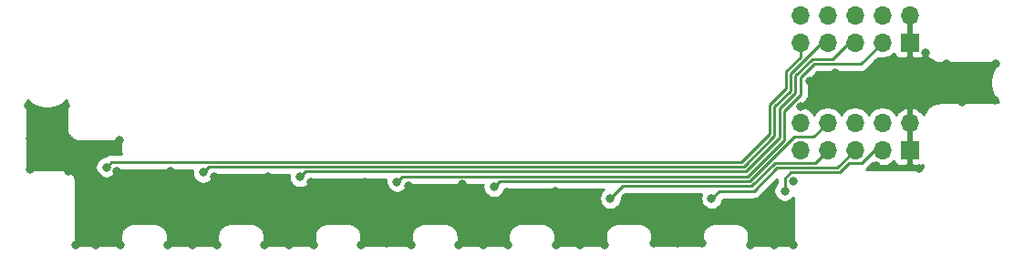
<source format=gbl>
G04 #@! TF.GenerationSoftware,KiCad,Pcbnew,(5.1.6-0-10_14)*
G04 #@! TF.CreationDate,2020-08-11T10:19:13+09:00*
G04 #@! TF.ProjectId,qPCR-photoarray,71504352-2d70-4686-9f74-6f6172726179,rev?*
G04 #@! TF.SameCoordinates,Original*
G04 #@! TF.FileFunction,Copper,L2,Bot*
G04 #@! TF.FilePolarity,Positive*
%FSLAX46Y46*%
G04 Gerber Fmt 4.6, Leading zero omitted, Abs format (unit mm)*
G04 Created by KiCad (PCBNEW (5.1.6-0-10_14)) date 2020-08-11 10:19:13*
%MOMM*%
%LPD*%
G01*
G04 APERTURE LIST*
G04 #@! TA.AperFunction,ComponentPad*
%ADD10R,1.700000X1.700000*%
G04 #@! TD*
G04 #@! TA.AperFunction,ComponentPad*
%ADD11O,1.700000X1.700000*%
G04 #@! TD*
G04 #@! TA.AperFunction,ViaPad*
%ADD12C,0.800000*%
G04 #@! TD*
G04 #@! TA.AperFunction,Conductor*
%ADD13C,0.250000*%
G04 #@! TD*
G04 #@! TA.AperFunction,Conductor*
%ADD14C,0.254000*%
G04 #@! TD*
G04 APERTURE END LIST*
D10*
G04 #@! TO.P,U2,1*
G04 #@! TO.N,GND*
X193095000Y-102000000D03*
D11*
G04 #@! TO.P,U2,2*
X193095000Y-99460000D03*
G04 #@! TO.P,U2,3*
G04 #@! TO.N,OUT16*
X190555000Y-102000000D03*
G04 #@! TO.P,U2,4*
G04 #@! TO.N,OUT15*
X190555000Y-99460000D03*
G04 #@! TO.P,U2,5*
G04 #@! TO.N,OUT14*
X188015000Y-102000000D03*
G04 #@! TO.P,U2,6*
G04 #@! TO.N,OUT13*
X188015000Y-99460000D03*
G04 #@! TO.P,U2,7*
G04 #@! TO.N,OUT12*
X185475000Y-102000000D03*
G04 #@! TO.P,U2,8*
G04 #@! TO.N,OUT10*
X185475000Y-99460000D03*
G04 #@! TO.P,U2,9*
G04 #@! TO.N,OUT11*
X182935000Y-102000000D03*
G04 #@! TO.P,U2,10*
G04 #@! TO.N,OUT9*
X182935000Y-99460000D03*
G04 #@! TD*
G04 #@! TO.P,U1,10*
G04 #@! TO.N,OUT1*
X182935000Y-89460000D03*
G04 #@! TO.P,U1,9*
G04 #@! TO.N,OUT2*
X182935000Y-92000000D03*
G04 #@! TO.P,U1,8*
G04 #@! TO.N,OUT3*
X185475000Y-89460000D03*
G04 #@! TO.P,U1,7*
G04 #@! TO.N,OUT4*
X185475000Y-92000000D03*
G04 #@! TO.P,U1,6*
G04 #@! TO.N,OUT5*
X188015000Y-89460000D03*
G04 #@! TO.P,U1,5*
G04 #@! TO.N,OUT6*
X188015000Y-92000000D03*
G04 #@! TO.P,U1,4*
G04 #@! TO.N,OUT7*
X190555000Y-89460000D03*
G04 #@! TO.P,U1,3*
G04 #@! TO.N,OUT8*
X190555000Y-92000000D03*
G04 #@! TO.P,U1,2*
G04 #@! TO.N,GND*
X193095000Y-89460000D03*
D10*
G04 #@! TO.P,U1,1*
X193095000Y-92000000D03*
G04 #@! TD*
D12*
G04 #@! TO.N,GND*
X111300000Y-97900000D03*
X194500000Y-97000000D03*
X189500000Y-98000000D03*
X195800000Y-97400000D03*
X194600000Y-93000000D03*
X201100000Y-94000000D03*
X198200000Y-95500000D03*
X196500000Y-94000000D03*
X200000000Y-95000000D03*
X114700000Y-97900000D03*
X111400000Y-100900000D03*
X111400000Y-103800000D03*
X119700000Y-101100000D03*
X115000000Y-101000000D03*
X115000000Y-104000000D03*
X119500000Y-104000000D03*
X124500000Y-104000000D03*
X122000000Y-108500000D03*
X117500000Y-110800000D03*
X126500000Y-110800000D03*
X135500000Y-110800000D03*
X144500000Y-110700000D03*
X153500000Y-110800000D03*
X162500000Y-110800000D03*
X171500000Y-110700000D03*
X180500000Y-110800000D03*
X182300000Y-110800000D03*
X178300000Y-110800000D03*
X173800000Y-110700000D03*
X169300000Y-110700000D03*
X164800000Y-110800000D03*
X160300000Y-110800000D03*
X155800000Y-110800000D03*
X151200000Y-110800000D03*
X146800000Y-110800000D03*
X142200000Y-110800000D03*
X137800000Y-110800000D03*
X133200000Y-110800000D03*
X128800000Y-110800000D03*
X124200000Y-110800000D03*
X119800000Y-110800000D03*
X115700000Y-110800000D03*
X122000000Y-106000000D03*
X131000000Y-106000000D03*
X131000000Y-108500000D03*
X128500000Y-104500000D03*
X133500000Y-104500000D03*
X140000000Y-108500000D03*
X140000000Y-106000000D03*
X142500000Y-105000000D03*
X137500000Y-105000000D03*
X149000000Y-108500000D03*
X149000000Y-106500000D03*
X146600000Y-105300000D03*
X151600000Y-105200000D03*
X158000000Y-108500000D03*
X158000000Y-106500000D03*
X155700000Y-105900000D03*
X160200000Y-105800000D03*
X176000000Y-108500000D03*
X174000000Y-107500000D03*
X177800000Y-107000000D03*
X190000000Y-103500000D03*
X183800000Y-95600000D03*
X183000000Y-98000000D03*
X186500000Y-98000000D03*
X192000000Y-98000000D03*
X186200000Y-94800000D03*
X190100000Y-93900000D03*
X185500000Y-96500000D03*
X188500000Y-96000000D03*
X191000000Y-96000000D03*
X193000000Y-95500000D03*
X201000000Y-97400000D03*
X198000000Y-97500000D03*
X113000000Y-103000000D03*
X113000000Y-99000000D03*
X116200000Y-102800000D03*
X167000000Y-108500000D03*
X169000000Y-106400000D03*
X166700000Y-106400000D03*
X194000000Y-103700000D03*
X182300000Y-104900000D03*
G04 #@! TO.N,OUT2*
X118500000Y-103600010D03*
G04 #@! TO.N,OUT4*
X127500000Y-104100000D03*
G04 #@! TO.N,OUT6*
X136500000Y-104500028D03*
G04 #@! TO.N,OUT8*
X145500000Y-104950038D03*
G04 #@! TO.N,OUT10*
X154500000Y-105400046D03*
G04 #@! TO.N,OUT12*
X165300000Y-106500000D03*
G04 #@! TO.N,OUT14*
X174700000Y-106500000D03*
G04 #@! TO.N,OUT16*
X181500000Y-105800000D03*
G04 #@! TD*
D13*
G04 #@! TO.N,GND*
X119500000Y-104000000D02*
X118500000Y-105000000D01*
X118500000Y-105000000D02*
X117500000Y-104000000D01*
X116500000Y-103000000D02*
X116500000Y-104000000D01*
X116500000Y-104000000D02*
X115000000Y-104000000D01*
X117500000Y-104000000D02*
X116500000Y-104000000D01*
G04 #@! TO.N,OUT2*
X119000010Y-103100000D02*
X118500000Y-103600010D01*
X177500000Y-103100000D02*
X119000010Y-103100000D01*
X182935000Y-93365000D02*
X182935000Y-92000000D01*
X177500000Y-103100000D02*
X180100000Y-100500000D01*
X180100000Y-100500000D02*
X180100000Y-97800000D01*
X180100000Y-97800000D02*
X181600000Y-96300000D01*
X181600000Y-94700000D02*
X182935000Y-93365000D01*
X181600000Y-96300000D02*
X181600000Y-94700000D01*
G04 #@! TO.N,OUT4*
X185475000Y-92635358D02*
X185475000Y-92000000D01*
X128049990Y-103550010D02*
X177686401Y-103550009D01*
X127500000Y-104100000D02*
X128049990Y-103550010D01*
X177686401Y-103550009D02*
X180550010Y-100686400D01*
X180550010Y-100686400D02*
X180550010Y-97986400D01*
X180550010Y-97986400D02*
X182050010Y-96486400D01*
X182050010Y-96486400D02*
X182050010Y-94886400D01*
X184936410Y-92000000D02*
X185475000Y-92000000D01*
X182050010Y-94886400D02*
X184936410Y-92000000D01*
G04 #@! TO.N,OUT6*
X184036410Y-93536410D02*
X185963590Y-93536410D01*
X185963590Y-93536410D02*
X187500000Y-92000000D01*
X136500000Y-104500028D02*
X137000010Y-104000018D01*
X187500000Y-92000000D02*
X188015000Y-92000000D01*
X137000010Y-104000018D02*
X177872802Y-104000018D01*
X182500020Y-96672800D02*
X182500020Y-95072800D01*
X182500020Y-95072800D02*
X184036410Y-93536410D01*
X181000020Y-98172800D02*
X182500020Y-96672800D01*
X181000020Y-100872800D02*
X181000020Y-98172800D01*
X177872802Y-104000018D02*
X181000020Y-100872800D01*
G04 #@! TO.N,OUT8*
X190536410Y-92000000D02*
X190555000Y-92000000D01*
X184222810Y-93986420D02*
X188568580Y-93986420D01*
X145500000Y-104950038D02*
X146000010Y-104450028D01*
X188568580Y-93986420D02*
X190555000Y-92000000D01*
X146000010Y-104450028D02*
X178059203Y-104450027D01*
X178059203Y-104450027D02*
X181450030Y-101059200D01*
X181450030Y-98359200D02*
X182950030Y-96859200D01*
X181450030Y-101059200D02*
X181450030Y-98359200D01*
X182950030Y-95259200D02*
X184222810Y-93986420D01*
X182950030Y-96859200D02*
X182950030Y-95259200D01*
G04 #@! TO.N,OUT10*
X184135000Y-100800000D02*
X185475000Y-99460000D01*
X182345640Y-100800000D02*
X184135000Y-100800000D01*
X178245604Y-104900036D02*
X182345640Y-100800000D01*
X155000010Y-104900036D02*
X178245604Y-104900036D01*
X154500000Y-105400046D02*
X155000010Y-104900036D01*
G04 #@! TO.N,OUT12*
X185475000Y-102547820D02*
X185475000Y-102000000D01*
X185100000Y-102000000D02*
X185475000Y-102000000D01*
X180607049Y-103175001D02*
X184299999Y-103175001D01*
X178432005Y-105350045D02*
X180607049Y-103175001D01*
X184299999Y-103175001D02*
X185475000Y-102000000D01*
X166449954Y-105350046D02*
X178432005Y-105350045D01*
X165300000Y-106500000D02*
X166449954Y-105350046D01*
G04 #@! TO.N,OUT14*
X187500000Y-102000000D02*
X188015000Y-102000000D01*
X180793449Y-103625011D02*
X186389989Y-103625011D01*
X186389989Y-103625011D02*
X188015000Y-102000000D01*
X178618406Y-105800054D02*
X180793449Y-103625011D01*
X175399946Y-105800054D02*
X178618406Y-105800054D01*
X174700000Y-106500000D02*
X175399946Y-105800054D01*
G04 #@! TO.N,OUT16*
X190390412Y-102000000D02*
X190555000Y-102000000D01*
X190200000Y-102000000D02*
X190555000Y-102000000D01*
X189800000Y-102000000D02*
X190555000Y-102000000D01*
X188624999Y-103175001D02*
X189800000Y-102000000D01*
X187476409Y-103175001D02*
X188624999Y-103175001D01*
X186576390Y-104075020D02*
X187476409Y-103175001D01*
X182051977Y-104075021D02*
X186576390Y-104075020D01*
X181500000Y-104626998D02*
X182051977Y-104075021D01*
X181500000Y-105800000D02*
X181500000Y-104626998D01*
G04 #@! TD*
D14*
G04 #@! TO.N,GND*
G36*
X114815000Y-100033646D02*
G01*
X114817852Y-100062600D01*
X114817831Y-100065573D01*
X114818764Y-100075092D01*
X114823824Y-100123233D01*
X114824912Y-100134282D01*
X114825024Y-100134650D01*
X114828964Y-100172140D01*
X114841455Y-100232990D01*
X114853082Y-100293942D01*
X114855845Y-100303096D01*
X114855847Y-100303102D01*
X114884702Y-100396317D01*
X114908754Y-100453533D01*
X114932020Y-100511119D01*
X114936510Y-100519564D01*
X114982923Y-100605401D01*
X115017638Y-100656867D01*
X115051636Y-100708821D01*
X115057680Y-100716232D01*
X115119882Y-100791421D01*
X115163930Y-100835162D01*
X115207369Y-100879522D01*
X115214739Y-100885618D01*
X115214744Y-100885623D01*
X115214750Y-100885627D01*
X115290360Y-100947294D01*
X115342041Y-100981632D01*
X115393306Y-101016733D01*
X115401719Y-101021282D01*
X115487880Y-101067094D01*
X115545296Y-101090758D01*
X115602339Y-101115208D01*
X115611475Y-101118036D01*
X115704893Y-101146241D01*
X115765813Y-101158303D01*
X115826530Y-101171209D01*
X115836042Y-101172209D01*
X115933159Y-101181731D01*
X115933163Y-101181731D01*
X115966353Y-101185000D01*
X119815000Y-101185000D01*
X119815001Y-102033647D01*
X119817852Y-102062591D01*
X119817831Y-102065573D01*
X119818764Y-102075092D01*
X119823838Y-102123369D01*
X119824913Y-102134283D01*
X119825023Y-102134647D01*
X119828964Y-102172140D01*
X119841455Y-102232990D01*
X119853082Y-102293942D01*
X119855845Y-102303096D01*
X119855847Y-102303102D01*
X119867269Y-102340000D01*
X119037333Y-102340000D01*
X119000010Y-102336324D01*
X118962687Y-102340000D01*
X118962677Y-102340000D01*
X118851024Y-102350997D01*
X118727309Y-102388525D01*
X118707763Y-102394454D01*
X118575733Y-102465026D01*
X118547656Y-102488069D01*
X118460009Y-102559999D01*
X118455897Y-102565010D01*
X118398061Y-102565010D01*
X118198102Y-102604784D01*
X118009744Y-102682805D01*
X117840226Y-102796073D01*
X117696063Y-102940236D01*
X117582795Y-103109754D01*
X117504774Y-103298112D01*
X117465000Y-103498071D01*
X117465000Y-103701949D01*
X117504774Y-103901908D01*
X117582795Y-104090266D01*
X117696063Y-104259784D01*
X117840226Y-104403947D01*
X118009744Y-104517215D01*
X118198102Y-104595236D01*
X118398061Y-104635010D01*
X118601939Y-104635010D01*
X118801898Y-104595236D01*
X118990256Y-104517215D01*
X119159774Y-104403947D01*
X119303937Y-104259784D01*
X119417205Y-104090266D01*
X119495226Y-103901908D01*
X119503562Y-103860000D01*
X126492462Y-103860000D01*
X126465000Y-103998061D01*
X126465000Y-104201939D01*
X126504774Y-104401898D01*
X126582795Y-104590256D01*
X126696063Y-104759774D01*
X126840226Y-104903937D01*
X127009744Y-105017205D01*
X127198102Y-105095226D01*
X127398061Y-105135000D01*
X127601939Y-105135000D01*
X127801898Y-105095226D01*
X127990256Y-105017205D01*
X128159774Y-104903937D01*
X128303937Y-104759774D01*
X128417205Y-104590256D01*
X128495226Y-104401898D01*
X128513504Y-104310010D01*
X135482520Y-104310010D01*
X135465000Y-104398089D01*
X135465000Y-104601967D01*
X135504774Y-104801926D01*
X135582795Y-104990284D01*
X135696063Y-105159802D01*
X135840226Y-105303965D01*
X136009744Y-105417233D01*
X136198102Y-105495254D01*
X136398061Y-105535028D01*
X136601939Y-105535028D01*
X136801898Y-105495254D01*
X136990256Y-105417233D01*
X137159774Y-105303965D01*
X137303937Y-105159802D01*
X137417205Y-104990284D01*
X137495226Y-104801926D01*
X137503562Y-104760018D01*
X144482520Y-104760018D01*
X144465000Y-104848099D01*
X144465000Y-105051977D01*
X144504774Y-105251936D01*
X144582795Y-105440294D01*
X144696063Y-105609812D01*
X144840226Y-105753975D01*
X145009744Y-105867243D01*
X145198102Y-105945264D01*
X145398061Y-105985038D01*
X145601939Y-105985038D01*
X145801898Y-105945264D01*
X145990256Y-105867243D01*
X146159774Y-105753975D01*
X146303937Y-105609812D01*
X146417205Y-105440294D01*
X146495226Y-105251936D01*
X146503562Y-105210028D01*
X153482520Y-105210028D01*
X153465000Y-105298107D01*
X153465000Y-105501985D01*
X153504774Y-105701944D01*
X153582795Y-105890302D01*
X153696063Y-106059820D01*
X153840226Y-106203983D01*
X154009744Y-106317251D01*
X154198102Y-106395272D01*
X154398061Y-106435046D01*
X154601939Y-106435046D01*
X154801898Y-106395272D01*
X154990256Y-106317251D01*
X155159774Y-106203983D01*
X155303937Y-106059820D01*
X155417205Y-105890302D01*
X155495226Y-105701944D01*
X155503562Y-105660036D01*
X164694144Y-105660036D01*
X164640226Y-105696063D01*
X164496063Y-105840226D01*
X164382795Y-106009744D01*
X164304774Y-106198102D01*
X164265000Y-106398061D01*
X164265000Y-106601939D01*
X164304774Y-106801898D01*
X164382795Y-106990256D01*
X164496063Y-107159774D01*
X164640226Y-107303937D01*
X164809744Y-107417205D01*
X164998102Y-107495226D01*
X165198061Y-107535000D01*
X165401939Y-107535000D01*
X165601898Y-107495226D01*
X165790256Y-107417205D01*
X165959774Y-107303937D01*
X166103937Y-107159774D01*
X166217205Y-106990256D01*
X166295226Y-106801898D01*
X166335000Y-106601939D01*
X166335000Y-106539801D01*
X166764756Y-106110046D01*
X173741249Y-106110045D01*
X173704774Y-106198102D01*
X173665000Y-106398061D01*
X173665000Y-106601939D01*
X173704774Y-106801898D01*
X173782795Y-106990256D01*
X173896063Y-107159774D01*
X174040226Y-107303937D01*
X174209744Y-107417205D01*
X174398102Y-107495226D01*
X174598061Y-107535000D01*
X174801939Y-107535000D01*
X175001898Y-107495226D01*
X175190256Y-107417205D01*
X175359774Y-107303937D01*
X175503937Y-107159774D01*
X175617205Y-106990256D01*
X175695226Y-106801898D01*
X175735000Y-106601939D01*
X175735000Y-106560054D01*
X178581084Y-106560054D01*
X178618406Y-106563730D01*
X178655728Y-106560054D01*
X178655739Y-106560054D01*
X178767392Y-106549057D01*
X178910653Y-106505600D01*
X179042682Y-106435028D01*
X179158407Y-106340055D01*
X179182210Y-106311051D01*
X180740001Y-104753261D01*
X180740001Y-105096288D01*
X180696063Y-105140226D01*
X180582795Y-105309744D01*
X180504774Y-105498102D01*
X180465000Y-105698061D01*
X180465000Y-105901939D01*
X180504774Y-106101898D01*
X180582795Y-106290256D01*
X180696063Y-106459774D01*
X180840226Y-106603937D01*
X181009744Y-106717205D01*
X181198102Y-106795226D01*
X181398061Y-106835000D01*
X181601939Y-106835000D01*
X181801898Y-106795226D01*
X181990256Y-106717205D01*
X182159774Y-106603937D01*
X182303937Y-106459774D01*
X182315001Y-106443216D01*
X182315000Y-110815000D01*
X178185000Y-110815000D01*
X178185000Y-109966353D01*
X178182148Y-109937399D01*
X178182169Y-109934427D01*
X178181236Y-109924909D01*
X178176179Y-109876790D01*
X178175088Y-109865717D01*
X178174976Y-109865348D01*
X178171036Y-109827860D01*
X178158547Y-109767017D01*
X178146918Y-109706058D01*
X178144154Y-109696902D01*
X178115298Y-109603683D01*
X178091232Y-109546434D01*
X178067979Y-109488881D01*
X178063489Y-109480436D01*
X178017077Y-109394598D01*
X177982350Y-109343115D01*
X177948364Y-109291179D01*
X177942320Y-109283767D01*
X177880118Y-109208579D01*
X177836051Y-109164818D01*
X177792630Y-109120478D01*
X177785261Y-109114381D01*
X177709640Y-109052706D01*
X177657959Y-109018368D01*
X177606694Y-108983267D01*
X177598281Y-108978718D01*
X177512120Y-108932906D01*
X177454704Y-108909242D01*
X177397661Y-108884792D01*
X177388525Y-108881964D01*
X177295107Y-108853759D01*
X177234195Y-108841698D01*
X177173471Y-108828791D01*
X177163959Y-108827791D01*
X177066841Y-108818269D01*
X177066837Y-108818269D01*
X177033647Y-108815000D01*
X174966353Y-108815000D01*
X174937399Y-108817852D01*
X174934427Y-108817831D01*
X174924909Y-108818764D01*
X174876790Y-108823821D01*
X174865717Y-108824912D01*
X174865348Y-108825024D01*
X174827860Y-108828964D01*
X174767017Y-108841453D01*
X174706058Y-108853082D01*
X174696902Y-108855846D01*
X174603683Y-108884702D01*
X174546434Y-108908768D01*
X174488881Y-108932021D01*
X174480436Y-108936511D01*
X174394598Y-108982923D01*
X174343115Y-109017650D01*
X174291179Y-109051636D01*
X174283767Y-109057680D01*
X174208579Y-109119882D01*
X174164818Y-109163949D01*
X174120478Y-109207370D01*
X174114381Y-109214739D01*
X174052706Y-109290360D01*
X174018368Y-109342041D01*
X173983267Y-109393306D01*
X173978718Y-109401719D01*
X173932906Y-109487880D01*
X173909242Y-109545296D01*
X173884792Y-109602339D01*
X173881964Y-109611475D01*
X173853759Y-109704893D01*
X173841698Y-109765805D01*
X173828791Y-109826529D01*
X173827791Y-109836041D01*
X173818269Y-109933159D01*
X173818269Y-109933173D01*
X173815001Y-109966353D01*
X173815000Y-110815000D01*
X169185000Y-110815000D01*
X169185000Y-109966353D01*
X169182148Y-109937399D01*
X169182169Y-109934427D01*
X169181236Y-109924909D01*
X169176179Y-109876790D01*
X169175088Y-109865717D01*
X169174976Y-109865348D01*
X169171036Y-109827860D01*
X169158547Y-109767017D01*
X169146918Y-109706058D01*
X169144154Y-109696902D01*
X169115298Y-109603683D01*
X169091232Y-109546434D01*
X169067979Y-109488881D01*
X169063489Y-109480436D01*
X169017077Y-109394598D01*
X168982350Y-109343115D01*
X168948364Y-109291179D01*
X168942320Y-109283767D01*
X168880118Y-109208579D01*
X168836051Y-109164818D01*
X168792630Y-109120478D01*
X168785261Y-109114381D01*
X168709640Y-109052706D01*
X168657959Y-109018368D01*
X168606694Y-108983267D01*
X168598281Y-108978718D01*
X168512120Y-108932906D01*
X168454704Y-108909242D01*
X168397661Y-108884792D01*
X168388525Y-108881964D01*
X168295107Y-108853759D01*
X168234195Y-108841698D01*
X168173471Y-108828791D01*
X168163959Y-108827791D01*
X168066841Y-108818269D01*
X168066837Y-108818269D01*
X168033647Y-108815000D01*
X165966353Y-108815000D01*
X165937399Y-108817852D01*
X165934427Y-108817831D01*
X165924909Y-108818764D01*
X165876790Y-108823821D01*
X165865717Y-108824912D01*
X165865348Y-108825024D01*
X165827860Y-108828964D01*
X165767017Y-108841453D01*
X165706058Y-108853082D01*
X165696902Y-108855846D01*
X165603683Y-108884702D01*
X165546434Y-108908768D01*
X165488881Y-108932021D01*
X165480436Y-108936511D01*
X165394598Y-108982923D01*
X165343115Y-109017650D01*
X165291179Y-109051636D01*
X165283767Y-109057680D01*
X165208579Y-109119882D01*
X165164818Y-109163949D01*
X165120478Y-109207370D01*
X165114381Y-109214739D01*
X165052706Y-109290360D01*
X165018368Y-109342041D01*
X164983267Y-109393306D01*
X164978718Y-109401719D01*
X164932906Y-109487880D01*
X164909242Y-109545296D01*
X164884792Y-109602339D01*
X164881964Y-109611475D01*
X164853759Y-109704893D01*
X164841698Y-109765805D01*
X164828791Y-109826529D01*
X164827791Y-109836041D01*
X164818269Y-109933159D01*
X164818269Y-109933173D01*
X164815001Y-109966353D01*
X164815000Y-110815000D01*
X160185000Y-110815000D01*
X160185000Y-109966353D01*
X160182148Y-109937399D01*
X160182169Y-109934427D01*
X160181236Y-109924909D01*
X160176179Y-109876790D01*
X160175088Y-109865717D01*
X160174976Y-109865348D01*
X160171036Y-109827860D01*
X160158547Y-109767017D01*
X160146918Y-109706058D01*
X160144154Y-109696902D01*
X160115298Y-109603683D01*
X160091232Y-109546434D01*
X160067979Y-109488881D01*
X160063489Y-109480436D01*
X160017077Y-109394598D01*
X159982350Y-109343115D01*
X159948364Y-109291179D01*
X159942320Y-109283767D01*
X159880118Y-109208579D01*
X159836051Y-109164818D01*
X159792630Y-109120478D01*
X159785261Y-109114381D01*
X159709640Y-109052706D01*
X159657959Y-109018368D01*
X159606694Y-108983267D01*
X159598281Y-108978718D01*
X159512120Y-108932906D01*
X159454704Y-108909242D01*
X159397661Y-108884792D01*
X159388525Y-108881964D01*
X159295107Y-108853759D01*
X159234195Y-108841698D01*
X159173471Y-108828791D01*
X159163959Y-108827791D01*
X159066841Y-108818269D01*
X159066837Y-108818269D01*
X159033647Y-108815000D01*
X156966353Y-108815000D01*
X156937399Y-108817852D01*
X156934427Y-108817831D01*
X156924909Y-108818764D01*
X156876790Y-108823821D01*
X156865717Y-108824912D01*
X156865348Y-108825024D01*
X156827860Y-108828964D01*
X156767017Y-108841453D01*
X156706058Y-108853082D01*
X156696902Y-108855846D01*
X156603683Y-108884702D01*
X156546434Y-108908768D01*
X156488881Y-108932021D01*
X156480436Y-108936511D01*
X156394598Y-108982923D01*
X156343115Y-109017650D01*
X156291179Y-109051636D01*
X156283767Y-109057680D01*
X156208579Y-109119882D01*
X156164818Y-109163949D01*
X156120478Y-109207370D01*
X156114381Y-109214739D01*
X156052706Y-109290360D01*
X156018368Y-109342041D01*
X155983267Y-109393306D01*
X155978718Y-109401719D01*
X155932906Y-109487880D01*
X155909242Y-109545296D01*
X155884792Y-109602339D01*
X155881964Y-109611475D01*
X155853759Y-109704893D01*
X155841698Y-109765805D01*
X155828791Y-109826529D01*
X155827791Y-109836041D01*
X155818269Y-109933159D01*
X155818269Y-109933173D01*
X155815001Y-109966353D01*
X155815000Y-110815000D01*
X151185000Y-110815000D01*
X151185000Y-109966353D01*
X151182148Y-109937399D01*
X151182169Y-109934427D01*
X151181236Y-109924909D01*
X151176179Y-109876790D01*
X151175088Y-109865717D01*
X151174976Y-109865348D01*
X151171036Y-109827860D01*
X151158547Y-109767017D01*
X151146918Y-109706058D01*
X151144154Y-109696902D01*
X151115298Y-109603683D01*
X151091232Y-109546434D01*
X151067979Y-109488881D01*
X151063489Y-109480436D01*
X151017077Y-109394598D01*
X150982350Y-109343115D01*
X150948364Y-109291179D01*
X150942320Y-109283767D01*
X150880118Y-109208579D01*
X150836051Y-109164818D01*
X150792630Y-109120478D01*
X150785261Y-109114381D01*
X150709640Y-109052706D01*
X150657959Y-109018368D01*
X150606694Y-108983267D01*
X150598281Y-108978718D01*
X150512120Y-108932906D01*
X150454704Y-108909242D01*
X150397661Y-108884792D01*
X150388525Y-108881964D01*
X150295107Y-108853759D01*
X150234195Y-108841698D01*
X150173471Y-108828791D01*
X150163959Y-108827791D01*
X150066841Y-108818269D01*
X150066837Y-108818269D01*
X150033647Y-108815000D01*
X147966353Y-108815000D01*
X147937399Y-108817852D01*
X147934427Y-108817831D01*
X147924909Y-108818764D01*
X147876790Y-108823821D01*
X147865717Y-108824912D01*
X147865348Y-108825024D01*
X147827860Y-108828964D01*
X147767017Y-108841453D01*
X147706058Y-108853082D01*
X147696902Y-108855846D01*
X147603683Y-108884702D01*
X147546434Y-108908768D01*
X147488881Y-108932021D01*
X147480436Y-108936511D01*
X147394598Y-108982923D01*
X147343115Y-109017650D01*
X147291179Y-109051636D01*
X147283767Y-109057680D01*
X147208579Y-109119882D01*
X147164818Y-109163949D01*
X147120478Y-109207370D01*
X147114381Y-109214739D01*
X147052706Y-109290360D01*
X147018368Y-109342041D01*
X146983267Y-109393306D01*
X146978718Y-109401719D01*
X146932906Y-109487880D01*
X146909242Y-109545296D01*
X146884792Y-109602339D01*
X146881964Y-109611475D01*
X146853759Y-109704893D01*
X146841698Y-109765805D01*
X146828791Y-109826529D01*
X146827791Y-109836041D01*
X146818269Y-109933159D01*
X146818269Y-109933173D01*
X146815001Y-109966353D01*
X146815000Y-110815000D01*
X142185000Y-110815000D01*
X142185000Y-109966353D01*
X142182148Y-109937399D01*
X142182169Y-109934427D01*
X142181236Y-109924909D01*
X142176179Y-109876790D01*
X142175088Y-109865717D01*
X142174976Y-109865348D01*
X142171036Y-109827860D01*
X142158547Y-109767017D01*
X142146918Y-109706058D01*
X142144154Y-109696902D01*
X142115298Y-109603683D01*
X142091232Y-109546434D01*
X142067979Y-109488881D01*
X142063489Y-109480436D01*
X142017077Y-109394598D01*
X141982350Y-109343115D01*
X141948364Y-109291179D01*
X141942320Y-109283767D01*
X141880118Y-109208579D01*
X141836051Y-109164818D01*
X141792630Y-109120478D01*
X141785261Y-109114381D01*
X141709640Y-109052706D01*
X141657959Y-109018368D01*
X141606694Y-108983267D01*
X141598281Y-108978718D01*
X141512120Y-108932906D01*
X141454704Y-108909242D01*
X141397661Y-108884792D01*
X141388525Y-108881964D01*
X141295107Y-108853759D01*
X141234195Y-108841698D01*
X141173471Y-108828791D01*
X141163959Y-108827791D01*
X141066841Y-108818269D01*
X141066837Y-108818269D01*
X141033647Y-108815000D01*
X138966353Y-108815000D01*
X138937399Y-108817852D01*
X138934427Y-108817831D01*
X138924909Y-108818764D01*
X138876790Y-108823821D01*
X138865717Y-108824912D01*
X138865348Y-108825024D01*
X138827860Y-108828964D01*
X138767017Y-108841453D01*
X138706058Y-108853082D01*
X138696902Y-108855846D01*
X138603683Y-108884702D01*
X138546434Y-108908768D01*
X138488881Y-108932021D01*
X138480436Y-108936511D01*
X138394598Y-108982923D01*
X138343115Y-109017650D01*
X138291179Y-109051636D01*
X138283767Y-109057680D01*
X138208579Y-109119882D01*
X138164818Y-109163949D01*
X138120478Y-109207370D01*
X138114381Y-109214739D01*
X138052706Y-109290360D01*
X138018368Y-109342041D01*
X137983267Y-109393306D01*
X137978718Y-109401719D01*
X137932906Y-109487880D01*
X137909242Y-109545296D01*
X137884792Y-109602339D01*
X137881964Y-109611475D01*
X137853759Y-109704893D01*
X137841698Y-109765805D01*
X137828791Y-109826529D01*
X137827791Y-109836041D01*
X137818269Y-109933159D01*
X137818269Y-109933173D01*
X137815001Y-109966353D01*
X137815000Y-110815000D01*
X133185000Y-110815000D01*
X133185000Y-109966353D01*
X133182148Y-109937399D01*
X133182169Y-109934427D01*
X133181236Y-109924909D01*
X133176179Y-109876790D01*
X133175088Y-109865717D01*
X133174976Y-109865348D01*
X133171036Y-109827860D01*
X133158547Y-109767017D01*
X133146918Y-109706058D01*
X133144154Y-109696902D01*
X133115298Y-109603683D01*
X133091232Y-109546434D01*
X133067979Y-109488881D01*
X133063489Y-109480436D01*
X133017077Y-109394598D01*
X132982350Y-109343115D01*
X132948364Y-109291179D01*
X132942320Y-109283767D01*
X132880118Y-109208579D01*
X132836051Y-109164818D01*
X132792630Y-109120478D01*
X132785261Y-109114381D01*
X132709640Y-109052706D01*
X132657959Y-109018368D01*
X132606694Y-108983267D01*
X132598281Y-108978718D01*
X132512120Y-108932906D01*
X132454704Y-108909242D01*
X132397661Y-108884792D01*
X132388525Y-108881964D01*
X132295107Y-108853759D01*
X132234195Y-108841698D01*
X132173471Y-108828791D01*
X132163959Y-108827791D01*
X132066841Y-108818269D01*
X132066837Y-108818269D01*
X132033647Y-108815000D01*
X129966353Y-108815000D01*
X129937399Y-108817852D01*
X129934427Y-108817831D01*
X129924909Y-108818764D01*
X129876790Y-108823821D01*
X129865717Y-108824912D01*
X129865348Y-108825024D01*
X129827860Y-108828964D01*
X129767017Y-108841453D01*
X129706058Y-108853082D01*
X129696902Y-108855846D01*
X129603683Y-108884702D01*
X129546434Y-108908768D01*
X129488881Y-108932021D01*
X129480436Y-108936511D01*
X129394598Y-108982923D01*
X129343115Y-109017650D01*
X129291179Y-109051636D01*
X129283767Y-109057680D01*
X129208579Y-109119882D01*
X129164818Y-109163949D01*
X129120478Y-109207370D01*
X129114381Y-109214739D01*
X129052706Y-109290360D01*
X129018368Y-109342041D01*
X128983267Y-109393306D01*
X128978718Y-109401719D01*
X128932906Y-109487880D01*
X128909242Y-109545296D01*
X128884792Y-109602339D01*
X128881964Y-109611475D01*
X128853759Y-109704893D01*
X128841698Y-109765805D01*
X128828791Y-109826529D01*
X128827791Y-109836041D01*
X128818269Y-109933159D01*
X128818269Y-109933173D01*
X128815001Y-109966353D01*
X128815000Y-110815000D01*
X124185000Y-110815000D01*
X124185000Y-109966353D01*
X124182148Y-109937399D01*
X124182169Y-109934427D01*
X124181236Y-109924909D01*
X124176179Y-109876790D01*
X124175088Y-109865717D01*
X124174976Y-109865348D01*
X124171036Y-109827860D01*
X124158547Y-109767017D01*
X124146918Y-109706058D01*
X124144154Y-109696902D01*
X124115298Y-109603683D01*
X124091232Y-109546434D01*
X124067979Y-109488881D01*
X124063489Y-109480436D01*
X124017077Y-109394598D01*
X123982350Y-109343115D01*
X123948364Y-109291179D01*
X123942320Y-109283767D01*
X123880118Y-109208579D01*
X123836051Y-109164818D01*
X123792630Y-109120478D01*
X123785261Y-109114381D01*
X123709640Y-109052706D01*
X123657959Y-109018368D01*
X123606694Y-108983267D01*
X123598281Y-108978718D01*
X123512120Y-108932906D01*
X123454704Y-108909242D01*
X123397661Y-108884792D01*
X123388525Y-108881964D01*
X123295107Y-108853759D01*
X123234195Y-108841698D01*
X123173471Y-108828791D01*
X123163959Y-108827791D01*
X123066841Y-108818269D01*
X123066837Y-108818269D01*
X123033647Y-108815000D01*
X120966353Y-108815000D01*
X120937399Y-108817852D01*
X120934427Y-108817831D01*
X120924909Y-108818764D01*
X120876790Y-108823821D01*
X120865717Y-108824912D01*
X120865348Y-108825024D01*
X120827860Y-108828964D01*
X120767017Y-108841453D01*
X120706058Y-108853082D01*
X120696902Y-108855846D01*
X120603683Y-108884702D01*
X120546434Y-108908768D01*
X120488881Y-108932021D01*
X120480436Y-108936511D01*
X120394598Y-108982923D01*
X120343115Y-109017650D01*
X120291179Y-109051636D01*
X120283767Y-109057680D01*
X120208579Y-109119882D01*
X120164818Y-109163949D01*
X120120478Y-109207370D01*
X120114381Y-109214739D01*
X120052706Y-109290360D01*
X120018368Y-109342041D01*
X119983267Y-109393306D01*
X119978718Y-109401719D01*
X119932906Y-109487880D01*
X119909242Y-109545296D01*
X119884792Y-109602339D01*
X119881964Y-109611475D01*
X119853759Y-109704893D01*
X119841698Y-109765805D01*
X119828791Y-109826529D01*
X119827791Y-109836041D01*
X119818269Y-109933159D01*
X119818269Y-109933173D01*
X119815001Y-109966353D01*
X119815000Y-110815000D01*
X115685000Y-110815000D01*
X115685000Y-104966353D01*
X115682148Y-104937399D01*
X115682169Y-104934427D01*
X115681236Y-104924909D01*
X115676179Y-104876790D01*
X115675088Y-104865717D01*
X115674976Y-104865348D01*
X115671036Y-104827860D01*
X115658547Y-104767017D01*
X115646918Y-104706058D01*
X115644154Y-104696902D01*
X115615298Y-104603683D01*
X115591226Y-104546419D01*
X115567979Y-104488881D01*
X115563489Y-104480436D01*
X115517077Y-104394598D01*
X115482350Y-104343115D01*
X115448364Y-104291179D01*
X115442320Y-104283767D01*
X115380118Y-104208579D01*
X115336051Y-104164818D01*
X115292630Y-104120478D01*
X115285261Y-104114381D01*
X115209640Y-104052706D01*
X115157959Y-104018368D01*
X115106694Y-103983267D01*
X115098281Y-103978718D01*
X115012120Y-103932906D01*
X114954704Y-103909242D01*
X114897661Y-103884792D01*
X114888525Y-103881964D01*
X114795107Y-103853759D01*
X114734195Y-103841698D01*
X114673471Y-103828791D01*
X114663959Y-103827791D01*
X114566841Y-103818269D01*
X114566837Y-103818269D01*
X114533647Y-103815000D01*
X111185000Y-103815000D01*
X111185000Y-97370177D01*
X111442564Y-97627741D01*
X111842721Y-97895117D01*
X112287351Y-98079289D01*
X112759368Y-98173179D01*
X113240632Y-98173179D01*
X113712649Y-98079289D01*
X114157279Y-97895117D01*
X114557436Y-97627741D01*
X114815000Y-97370177D01*
X114815000Y-100033646D01*
G37*
X114815000Y-100033646D02*
X114817852Y-100062600D01*
X114817831Y-100065573D01*
X114818764Y-100075092D01*
X114823824Y-100123233D01*
X114824912Y-100134282D01*
X114825024Y-100134650D01*
X114828964Y-100172140D01*
X114841455Y-100232990D01*
X114853082Y-100293942D01*
X114855845Y-100303096D01*
X114855847Y-100303102D01*
X114884702Y-100396317D01*
X114908754Y-100453533D01*
X114932020Y-100511119D01*
X114936510Y-100519564D01*
X114982923Y-100605401D01*
X115017638Y-100656867D01*
X115051636Y-100708821D01*
X115057680Y-100716232D01*
X115119882Y-100791421D01*
X115163930Y-100835162D01*
X115207369Y-100879522D01*
X115214739Y-100885618D01*
X115214744Y-100885623D01*
X115214750Y-100885627D01*
X115290360Y-100947294D01*
X115342041Y-100981632D01*
X115393306Y-101016733D01*
X115401719Y-101021282D01*
X115487880Y-101067094D01*
X115545296Y-101090758D01*
X115602339Y-101115208D01*
X115611475Y-101118036D01*
X115704893Y-101146241D01*
X115765813Y-101158303D01*
X115826530Y-101171209D01*
X115836042Y-101172209D01*
X115933159Y-101181731D01*
X115933163Y-101181731D01*
X115966353Y-101185000D01*
X119815000Y-101185000D01*
X119815001Y-102033647D01*
X119817852Y-102062591D01*
X119817831Y-102065573D01*
X119818764Y-102075092D01*
X119823838Y-102123369D01*
X119824913Y-102134283D01*
X119825023Y-102134647D01*
X119828964Y-102172140D01*
X119841455Y-102232990D01*
X119853082Y-102293942D01*
X119855845Y-102303096D01*
X119855847Y-102303102D01*
X119867269Y-102340000D01*
X119037333Y-102340000D01*
X119000010Y-102336324D01*
X118962687Y-102340000D01*
X118962677Y-102340000D01*
X118851024Y-102350997D01*
X118727309Y-102388525D01*
X118707763Y-102394454D01*
X118575733Y-102465026D01*
X118547656Y-102488069D01*
X118460009Y-102559999D01*
X118455897Y-102565010D01*
X118398061Y-102565010D01*
X118198102Y-102604784D01*
X118009744Y-102682805D01*
X117840226Y-102796073D01*
X117696063Y-102940236D01*
X117582795Y-103109754D01*
X117504774Y-103298112D01*
X117465000Y-103498071D01*
X117465000Y-103701949D01*
X117504774Y-103901908D01*
X117582795Y-104090266D01*
X117696063Y-104259784D01*
X117840226Y-104403947D01*
X118009744Y-104517215D01*
X118198102Y-104595236D01*
X118398061Y-104635010D01*
X118601939Y-104635010D01*
X118801898Y-104595236D01*
X118990256Y-104517215D01*
X119159774Y-104403947D01*
X119303937Y-104259784D01*
X119417205Y-104090266D01*
X119495226Y-103901908D01*
X119503562Y-103860000D01*
X126492462Y-103860000D01*
X126465000Y-103998061D01*
X126465000Y-104201939D01*
X126504774Y-104401898D01*
X126582795Y-104590256D01*
X126696063Y-104759774D01*
X126840226Y-104903937D01*
X127009744Y-105017205D01*
X127198102Y-105095226D01*
X127398061Y-105135000D01*
X127601939Y-105135000D01*
X127801898Y-105095226D01*
X127990256Y-105017205D01*
X128159774Y-104903937D01*
X128303937Y-104759774D01*
X128417205Y-104590256D01*
X128495226Y-104401898D01*
X128513504Y-104310010D01*
X135482520Y-104310010D01*
X135465000Y-104398089D01*
X135465000Y-104601967D01*
X135504774Y-104801926D01*
X135582795Y-104990284D01*
X135696063Y-105159802D01*
X135840226Y-105303965D01*
X136009744Y-105417233D01*
X136198102Y-105495254D01*
X136398061Y-105535028D01*
X136601939Y-105535028D01*
X136801898Y-105495254D01*
X136990256Y-105417233D01*
X137159774Y-105303965D01*
X137303937Y-105159802D01*
X137417205Y-104990284D01*
X137495226Y-104801926D01*
X137503562Y-104760018D01*
X144482520Y-104760018D01*
X144465000Y-104848099D01*
X144465000Y-105051977D01*
X144504774Y-105251936D01*
X144582795Y-105440294D01*
X144696063Y-105609812D01*
X144840226Y-105753975D01*
X145009744Y-105867243D01*
X145198102Y-105945264D01*
X145398061Y-105985038D01*
X145601939Y-105985038D01*
X145801898Y-105945264D01*
X145990256Y-105867243D01*
X146159774Y-105753975D01*
X146303937Y-105609812D01*
X146417205Y-105440294D01*
X146495226Y-105251936D01*
X146503562Y-105210028D01*
X153482520Y-105210028D01*
X153465000Y-105298107D01*
X153465000Y-105501985D01*
X153504774Y-105701944D01*
X153582795Y-105890302D01*
X153696063Y-106059820D01*
X153840226Y-106203983D01*
X154009744Y-106317251D01*
X154198102Y-106395272D01*
X154398061Y-106435046D01*
X154601939Y-106435046D01*
X154801898Y-106395272D01*
X154990256Y-106317251D01*
X155159774Y-106203983D01*
X155303937Y-106059820D01*
X155417205Y-105890302D01*
X155495226Y-105701944D01*
X155503562Y-105660036D01*
X164694144Y-105660036D01*
X164640226Y-105696063D01*
X164496063Y-105840226D01*
X164382795Y-106009744D01*
X164304774Y-106198102D01*
X164265000Y-106398061D01*
X164265000Y-106601939D01*
X164304774Y-106801898D01*
X164382795Y-106990256D01*
X164496063Y-107159774D01*
X164640226Y-107303937D01*
X164809744Y-107417205D01*
X164998102Y-107495226D01*
X165198061Y-107535000D01*
X165401939Y-107535000D01*
X165601898Y-107495226D01*
X165790256Y-107417205D01*
X165959774Y-107303937D01*
X166103937Y-107159774D01*
X166217205Y-106990256D01*
X166295226Y-106801898D01*
X166335000Y-106601939D01*
X166335000Y-106539801D01*
X166764756Y-106110046D01*
X173741249Y-106110045D01*
X173704774Y-106198102D01*
X173665000Y-106398061D01*
X173665000Y-106601939D01*
X173704774Y-106801898D01*
X173782795Y-106990256D01*
X173896063Y-107159774D01*
X174040226Y-107303937D01*
X174209744Y-107417205D01*
X174398102Y-107495226D01*
X174598061Y-107535000D01*
X174801939Y-107535000D01*
X175001898Y-107495226D01*
X175190256Y-107417205D01*
X175359774Y-107303937D01*
X175503937Y-107159774D01*
X175617205Y-106990256D01*
X175695226Y-106801898D01*
X175735000Y-106601939D01*
X175735000Y-106560054D01*
X178581084Y-106560054D01*
X178618406Y-106563730D01*
X178655728Y-106560054D01*
X178655739Y-106560054D01*
X178767392Y-106549057D01*
X178910653Y-106505600D01*
X179042682Y-106435028D01*
X179158407Y-106340055D01*
X179182210Y-106311051D01*
X180740001Y-104753261D01*
X180740001Y-105096288D01*
X180696063Y-105140226D01*
X180582795Y-105309744D01*
X180504774Y-105498102D01*
X180465000Y-105698061D01*
X180465000Y-105901939D01*
X180504774Y-106101898D01*
X180582795Y-106290256D01*
X180696063Y-106459774D01*
X180840226Y-106603937D01*
X181009744Y-106717205D01*
X181198102Y-106795226D01*
X181398061Y-106835000D01*
X181601939Y-106835000D01*
X181801898Y-106795226D01*
X181990256Y-106717205D01*
X182159774Y-106603937D01*
X182303937Y-106459774D01*
X182315001Y-106443216D01*
X182315000Y-110815000D01*
X178185000Y-110815000D01*
X178185000Y-109966353D01*
X178182148Y-109937399D01*
X178182169Y-109934427D01*
X178181236Y-109924909D01*
X178176179Y-109876790D01*
X178175088Y-109865717D01*
X178174976Y-109865348D01*
X178171036Y-109827860D01*
X178158547Y-109767017D01*
X178146918Y-109706058D01*
X178144154Y-109696902D01*
X178115298Y-109603683D01*
X178091232Y-109546434D01*
X178067979Y-109488881D01*
X178063489Y-109480436D01*
X178017077Y-109394598D01*
X177982350Y-109343115D01*
X177948364Y-109291179D01*
X177942320Y-109283767D01*
X177880118Y-109208579D01*
X177836051Y-109164818D01*
X177792630Y-109120478D01*
X177785261Y-109114381D01*
X177709640Y-109052706D01*
X177657959Y-109018368D01*
X177606694Y-108983267D01*
X177598281Y-108978718D01*
X177512120Y-108932906D01*
X177454704Y-108909242D01*
X177397661Y-108884792D01*
X177388525Y-108881964D01*
X177295107Y-108853759D01*
X177234195Y-108841698D01*
X177173471Y-108828791D01*
X177163959Y-108827791D01*
X177066841Y-108818269D01*
X177066837Y-108818269D01*
X177033647Y-108815000D01*
X174966353Y-108815000D01*
X174937399Y-108817852D01*
X174934427Y-108817831D01*
X174924909Y-108818764D01*
X174876790Y-108823821D01*
X174865717Y-108824912D01*
X174865348Y-108825024D01*
X174827860Y-108828964D01*
X174767017Y-108841453D01*
X174706058Y-108853082D01*
X174696902Y-108855846D01*
X174603683Y-108884702D01*
X174546434Y-108908768D01*
X174488881Y-108932021D01*
X174480436Y-108936511D01*
X174394598Y-108982923D01*
X174343115Y-109017650D01*
X174291179Y-109051636D01*
X174283767Y-109057680D01*
X174208579Y-109119882D01*
X174164818Y-109163949D01*
X174120478Y-109207370D01*
X174114381Y-109214739D01*
X174052706Y-109290360D01*
X174018368Y-109342041D01*
X173983267Y-109393306D01*
X173978718Y-109401719D01*
X173932906Y-109487880D01*
X173909242Y-109545296D01*
X173884792Y-109602339D01*
X173881964Y-109611475D01*
X173853759Y-109704893D01*
X173841698Y-109765805D01*
X173828791Y-109826529D01*
X173827791Y-109836041D01*
X173818269Y-109933159D01*
X173818269Y-109933173D01*
X173815001Y-109966353D01*
X173815000Y-110815000D01*
X169185000Y-110815000D01*
X169185000Y-109966353D01*
X169182148Y-109937399D01*
X169182169Y-109934427D01*
X169181236Y-109924909D01*
X169176179Y-109876790D01*
X169175088Y-109865717D01*
X169174976Y-109865348D01*
X169171036Y-109827860D01*
X169158547Y-109767017D01*
X169146918Y-109706058D01*
X169144154Y-109696902D01*
X169115298Y-109603683D01*
X169091232Y-109546434D01*
X169067979Y-109488881D01*
X169063489Y-109480436D01*
X169017077Y-109394598D01*
X168982350Y-109343115D01*
X168948364Y-109291179D01*
X168942320Y-109283767D01*
X168880118Y-109208579D01*
X168836051Y-109164818D01*
X168792630Y-109120478D01*
X168785261Y-109114381D01*
X168709640Y-109052706D01*
X168657959Y-109018368D01*
X168606694Y-108983267D01*
X168598281Y-108978718D01*
X168512120Y-108932906D01*
X168454704Y-108909242D01*
X168397661Y-108884792D01*
X168388525Y-108881964D01*
X168295107Y-108853759D01*
X168234195Y-108841698D01*
X168173471Y-108828791D01*
X168163959Y-108827791D01*
X168066841Y-108818269D01*
X168066837Y-108818269D01*
X168033647Y-108815000D01*
X165966353Y-108815000D01*
X165937399Y-108817852D01*
X165934427Y-108817831D01*
X165924909Y-108818764D01*
X165876790Y-108823821D01*
X165865717Y-108824912D01*
X165865348Y-108825024D01*
X165827860Y-108828964D01*
X165767017Y-108841453D01*
X165706058Y-108853082D01*
X165696902Y-108855846D01*
X165603683Y-108884702D01*
X165546434Y-108908768D01*
X165488881Y-108932021D01*
X165480436Y-108936511D01*
X165394598Y-108982923D01*
X165343115Y-109017650D01*
X165291179Y-109051636D01*
X165283767Y-109057680D01*
X165208579Y-109119882D01*
X165164818Y-109163949D01*
X165120478Y-109207370D01*
X165114381Y-109214739D01*
X165052706Y-109290360D01*
X165018368Y-109342041D01*
X164983267Y-109393306D01*
X164978718Y-109401719D01*
X164932906Y-109487880D01*
X164909242Y-109545296D01*
X164884792Y-109602339D01*
X164881964Y-109611475D01*
X164853759Y-109704893D01*
X164841698Y-109765805D01*
X164828791Y-109826529D01*
X164827791Y-109836041D01*
X164818269Y-109933159D01*
X164818269Y-109933173D01*
X164815001Y-109966353D01*
X164815000Y-110815000D01*
X160185000Y-110815000D01*
X160185000Y-109966353D01*
X160182148Y-109937399D01*
X160182169Y-109934427D01*
X160181236Y-109924909D01*
X160176179Y-109876790D01*
X160175088Y-109865717D01*
X160174976Y-109865348D01*
X160171036Y-109827860D01*
X160158547Y-109767017D01*
X160146918Y-109706058D01*
X160144154Y-109696902D01*
X160115298Y-109603683D01*
X160091232Y-109546434D01*
X160067979Y-109488881D01*
X160063489Y-109480436D01*
X160017077Y-109394598D01*
X159982350Y-109343115D01*
X159948364Y-109291179D01*
X159942320Y-109283767D01*
X159880118Y-109208579D01*
X159836051Y-109164818D01*
X159792630Y-109120478D01*
X159785261Y-109114381D01*
X159709640Y-109052706D01*
X159657959Y-109018368D01*
X159606694Y-108983267D01*
X159598281Y-108978718D01*
X159512120Y-108932906D01*
X159454704Y-108909242D01*
X159397661Y-108884792D01*
X159388525Y-108881964D01*
X159295107Y-108853759D01*
X159234195Y-108841698D01*
X159173471Y-108828791D01*
X159163959Y-108827791D01*
X159066841Y-108818269D01*
X159066837Y-108818269D01*
X159033647Y-108815000D01*
X156966353Y-108815000D01*
X156937399Y-108817852D01*
X156934427Y-108817831D01*
X156924909Y-108818764D01*
X156876790Y-108823821D01*
X156865717Y-108824912D01*
X156865348Y-108825024D01*
X156827860Y-108828964D01*
X156767017Y-108841453D01*
X156706058Y-108853082D01*
X156696902Y-108855846D01*
X156603683Y-108884702D01*
X156546434Y-108908768D01*
X156488881Y-108932021D01*
X156480436Y-108936511D01*
X156394598Y-108982923D01*
X156343115Y-109017650D01*
X156291179Y-109051636D01*
X156283767Y-109057680D01*
X156208579Y-109119882D01*
X156164818Y-109163949D01*
X156120478Y-109207370D01*
X156114381Y-109214739D01*
X156052706Y-109290360D01*
X156018368Y-109342041D01*
X155983267Y-109393306D01*
X155978718Y-109401719D01*
X155932906Y-109487880D01*
X155909242Y-109545296D01*
X155884792Y-109602339D01*
X155881964Y-109611475D01*
X155853759Y-109704893D01*
X155841698Y-109765805D01*
X155828791Y-109826529D01*
X155827791Y-109836041D01*
X155818269Y-109933159D01*
X155818269Y-109933173D01*
X155815001Y-109966353D01*
X155815000Y-110815000D01*
X151185000Y-110815000D01*
X151185000Y-109966353D01*
X151182148Y-109937399D01*
X151182169Y-109934427D01*
X151181236Y-109924909D01*
X151176179Y-109876790D01*
X151175088Y-109865717D01*
X151174976Y-109865348D01*
X151171036Y-109827860D01*
X151158547Y-109767017D01*
X151146918Y-109706058D01*
X151144154Y-109696902D01*
X151115298Y-109603683D01*
X151091232Y-109546434D01*
X151067979Y-109488881D01*
X151063489Y-109480436D01*
X151017077Y-109394598D01*
X150982350Y-109343115D01*
X150948364Y-109291179D01*
X150942320Y-109283767D01*
X150880118Y-109208579D01*
X150836051Y-109164818D01*
X150792630Y-109120478D01*
X150785261Y-109114381D01*
X150709640Y-109052706D01*
X150657959Y-109018368D01*
X150606694Y-108983267D01*
X150598281Y-108978718D01*
X150512120Y-108932906D01*
X150454704Y-108909242D01*
X150397661Y-108884792D01*
X150388525Y-108881964D01*
X150295107Y-108853759D01*
X150234195Y-108841698D01*
X150173471Y-108828791D01*
X150163959Y-108827791D01*
X150066841Y-108818269D01*
X150066837Y-108818269D01*
X150033647Y-108815000D01*
X147966353Y-108815000D01*
X147937399Y-108817852D01*
X147934427Y-108817831D01*
X147924909Y-108818764D01*
X147876790Y-108823821D01*
X147865717Y-108824912D01*
X147865348Y-108825024D01*
X147827860Y-108828964D01*
X147767017Y-108841453D01*
X147706058Y-108853082D01*
X147696902Y-108855846D01*
X147603683Y-108884702D01*
X147546434Y-108908768D01*
X147488881Y-108932021D01*
X147480436Y-108936511D01*
X147394598Y-108982923D01*
X147343115Y-109017650D01*
X147291179Y-109051636D01*
X147283767Y-109057680D01*
X147208579Y-109119882D01*
X147164818Y-109163949D01*
X147120478Y-109207370D01*
X147114381Y-109214739D01*
X147052706Y-109290360D01*
X147018368Y-109342041D01*
X146983267Y-109393306D01*
X146978718Y-109401719D01*
X146932906Y-109487880D01*
X146909242Y-109545296D01*
X146884792Y-109602339D01*
X146881964Y-109611475D01*
X146853759Y-109704893D01*
X146841698Y-109765805D01*
X146828791Y-109826529D01*
X146827791Y-109836041D01*
X146818269Y-109933159D01*
X146818269Y-109933173D01*
X146815001Y-109966353D01*
X146815000Y-110815000D01*
X142185000Y-110815000D01*
X142185000Y-109966353D01*
X142182148Y-109937399D01*
X142182169Y-109934427D01*
X142181236Y-109924909D01*
X142176179Y-109876790D01*
X142175088Y-109865717D01*
X142174976Y-109865348D01*
X142171036Y-109827860D01*
X142158547Y-109767017D01*
X142146918Y-109706058D01*
X142144154Y-109696902D01*
X142115298Y-109603683D01*
X142091232Y-109546434D01*
X142067979Y-109488881D01*
X142063489Y-109480436D01*
X142017077Y-109394598D01*
X141982350Y-109343115D01*
X141948364Y-109291179D01*
X141942320Y-109283767D01*
X141880118Y-109208579D01*
X141836051Y-109164818D01*
X141792630Y-109120478D01*
X141785261Y-109114381D01*
X141709640Y-109052706D01*
X141657959Y-109018368D01*
X141606694Y-108983267D01*
X141598281Y-108978718D01*
X141512120Y-108932906D01*
X141454704Y-108909242D01*
X141397661Y-108884792D01*
X141388525Y-108881964D01*
X141295107Y-108853759D01*
X141234195Y-108841698D01*
X141173471Y-108828791D01*
X141163959Y-108827791D01*
X141066841Y-108818269D01*
X141066837Y-108818269D01*
X141033647Y-108815000D01*
X138966353Y-108815000D01*
X138937399Y-108817852D01*
X138934427Y-108817831D01*
X138924909Y-108818764D01*
X138876790Y-108823821D01*
X138865717Y-108824912D01*
X138865348Y-108825024D01*
X138827860Y-108828964D01*
X138767017Y-108841453D01*
X138706058Y-108853082D01*
X138696902Y-108855846D01*
X138603683Y-108884702D01*
X138546434Y-108908768D01*
X138488881Y-108932021D01*
X138480436Y-108936511D01*
X138394598Y-108982923D01*
X138343115Y-109017650D01*
X138291179Y-109051636D01*
X138283767Y-109057680D01*
X138208579Y-109119882D01*
X138164818Y-109163949D01*
X138120478Y-109207370D01*
X138114381Y-109214739D01*
X138052706Y-109290360D01*
X138018368Y-109342041D01*
X137983267Y-109393306D01*
X137978718Y-109401719D01*
X137932906Y-109487880D01*
X137909242Y-109545296D01*
X137884792Y-109602339D01*
X137881964Y-109611475D01*
X137853759Y-109704893D01*
X137841698Y-109765805D01*
X137828791Y-109826529D01*
X137827791Y-109836041D01*
X137818269Y-109933159D01*
X137818269Y-109933173D01*
X137815001Y-109966353D01*
X137815000Y-110815000D01*
X133185000Y-110815000D01*
X133185000Y-109966353D01*
X133182148Y-109937399D01*
X133182169Y-109934427D01*
X133181236Y-109924909D01*
X133176179Y-109876790D01*
X133175088Y-109865717D01*
X133174976Y-109865348D01*
X133171036Y-109827860D01*
X133158547Y-109767017D01*
X133146918Y-109706058D01*
X133144154Y-109696902D01*
X133115298Y-109603683D01*
X133091232Y-109546434D01*
X133067979Y-109488881D01*
X133063489Y-109480436D01*
X133017077Y-109394598D01*
X132982350Y-109343115D01*
X132948364Y-109291179D01*
X132942320Y-109283767D01*
X132880118Y-109208579D01*
X132836051Y-109164818D01*
X132792630Y-109120478D01*
X132785261Y-109114381D01*
X132709640Y-109052706D01*
X132657959Y-109018368D01*
X132606694Y-108983267D01*
X132598281Y-108978718D01*
X132512120Y-108932906D01*
X132454704Y-108909242D01*
X132397661Y-108884792D01*
X132388525Y-108881964D01*
X132295107Y-108853759D01*
X132234195Y-108841698D01*
X132173471Y-108828791D01*
X132163959Y-108827791D01*
X132066841Y-108818269D01*
X132066837Y-108818269D01*
X132033647Y-108815000D01*
X129966353Y-108815000D01*
X129937399Y-108817852D01*
X129934427Y-108817831D01*
X129924909Y-108818764D01*
X129876790Y-108823821D01*
X129865717Y-108824912D01*
X129865348Y-108825024D01*
X129827860Y-108828964D01*
X129767017Y-108841453D01*
X129706058Y-108853082D01*
X129696902Y-108855846D01*
X129603683Y-108884702D01*
X129546434Y-108908768D01*
X129488881Y-108932021D01*
X129480436Y-108936511D01*
X129394598Y-108982923D01*
X129343115Y-109017650D01*
X129291179Y-109051636D01*
X129283767Y-109057680D01*
X129208579Y-109119882D01*
X129164818Y-109163949D01*
X129120478Y-109207370D01*
X129114381Y-109214739D01*
X129052706Y-109290360D01*
X129018368Y-109342041D01*
X128983267Y-109393306D01*
X128978718Y-109401719D01*
X128932906Y-109487880D01*
X128909242Y-109545296D01*
X128884792Y-109602339D01*
X128881964Y-109611475D01*
X128853759Y-109704893D01*
X128841698Y-109765805D01*
X128828791Y-109826529D01*
X128827791Y-109836041D01*
X128818269Y-109933159D01*
X128818269Y-109933173D01*
X128815001Y-109966353D01*
X128815000Y-110815000D01*
X124185000Y-110815000D01*
X124185000Y-109966353D01*
X124182148Y-109937399D01*
X124182169Y-109934427D01*
X124181236Y-109924909D01*
X124176179Y-109876790D01*
X124175088Y-109865717D01*
X124174976Y-109865348D01*
X124171036Y-109827860D01*
X124158547Y-109767017D01*
X124146918Y-109706058D01*
X124144154Y-109696902D01*
X124115298Y-109603683D01*
X124091232Y-109546434D01*
X124067979Y-109488881D01*
X124063489Y-109480436D01*
X124017077Y-109394598D01*
X123982350Y-109343115D01*
X123948364Y-109291179D01*
X123942320Y-109283767D01*
X123880118Y-109208579D01*
X123836051Y-109164818D01*
X123792630Y-109120478D01*
X123785261Y-109114381D01*
X123709640Y-109052706D01*
X123657959Y-109018368D01*
X123606694Y-108983267D01*
X123598281Y-108978718D01*
X123512120Y-108932906D01*
X123454704Y-108909242D01*
X123397661Y-108884792D01*
X123388525Y-108881964D01*
X123295107Y-108853759D01*
X123234195Y-108841698D01*
X123173471Y-108828791D01*
X123163959Y-108827791D01*
X123066841Y-108818269D01*
X123066837Y-108818269D01*
X123033647Y-108815000D01*
X120966353Y-108815000D01*
X120937399Y-108817852D01*
X120934427Y-108817831D01*
X120924909Y-108818764D01*
X120876790Y-108823821D01*
X120865717Y-108824912D01*
X120865348Y-108825024D01*
X120827860Y-108828964D01*
X120767017Y-108841453D01*
X120706058Y-108853082D01*
X120696902Y-108855846D01*
X120603683Y-108884702D01*
X120546434Y-108908768D01*
X120488881Y-108932021D01*
X120480436Y-108936511D01*
X120394598Y-108982923D01*
X120343115Y-109017650D01*
X120291179Y-109051636D01*
X120283767Y-109057680D01*
X120208579Y-109119882D01*
X120164818Y-109163949D01*
X120120478Y-109207370D01*
X120114381Y-109214739D01*
X120052706Y-109290360D01*
X120018368Y-109342041D01*
X119983267Y-109393306D01*
X119978718Y-109401719D01*
X119932906Y-109487880D01*
X119909242Y-109545296D01*
X119884792Y-109602339D01*
X119881964Y-109611475D01*
X119853759Y-109704893D01*
X119841698Y-109765805D01*
X119828791Y-109826529D01*
X119827791Y-109836041D01*
X119818269Y-109933159D01*
X119818269Y-109933173D01*
X119815001Y-109966353D01*
X119815000Y-110815000D01*
X115685000Y-110815000D01*
X115685000Y-104966353D01*
X115682148Y-104937399D01*
X115682169Y-104934427D01*
X115681236Y-104924909D01*
X115676179Y-104876790D01*
X115675088Y-104865717D01*
X115674976Y-104865348D01*
X115671036Y-104827860D01*
X115658547Y-104767017D01*
X115646918Y-104706058D01*
X115644154Y-104696902D01*
X115615298Y-104603683D01*
X115591226Y-104546419D01*
X115567979Y-104488881D01*
X115563489Y-104480436D01*
X115517077Y-104394598D01*
X115482350Y-104343115D01*
X115448364Y-104291179D01*
X115442320Y-104283767D01*
X115380118Y-104208579D01*
X115336051Y-104164818D01*
X115292630Y-104120478D01*
X115285261Y-104114381D01*
X115209640Y-104052706D01*
X115157959Y-104018368D01*
X115106694Y-103983267D01*
X115098281Y-103978718D01*
X115012120Y-103932906D01*
X114954704Y-103909242D01*
X114897661Y-103884792D01*
X114888525Y-103881964D01*
X114795107Y-103853759D01*
X114734195Y-103841698D01*
X114673471Y-103828791D01*
X114663959Y-103827791D01*
X114566841Y-103818269D01*
X114566837Y-103818269D01*
X114533647Y-103815000D01*
X111185000Y-103815000D01*
X111185000Y-97370177D01*
X111442564Y-97627741D01*
X111842721Y-97895117D01*
X112287351Y-98079289D01*
X112759368Y-98173179D01*
X113240632Y-98173179D01*
X113712649Y-98079289D01*
X114157279Y-97895117D01*
X114557436Y-97627741D01*
X114815000Y-97370177D01*
X114815000Y-100033646D01*
G36*
X182318269Y-104933159D02*
G01*
X182318269Y-104933173D01*
X182315001Y-104966353D01*
X182315001Y-105156784D01*
X182303937Y-105140226D01*
X182260000Y-105096289D01*
X182260000Y-104941799D01*
X182323664Y-104878136D01*
X182318269Y-104933159D01*
G37*
X182318269Y-104933159D02*
X182318269Y-104933173D01*
X182315001Y-104966353D01*
X182315001Y-105156784D01*
X182303937Y-105140226D01*
X182260000Y-105096289D01*
X182260000Y-104941799D01*
X182323664Y-104878136D01*
X182318269Y-104933159D01*
G36*
X193222000Y-89333000D02*
G01*
X193242000Y-89333000D01*
X193242000Y-89587000D01*
X193222000Y-89587000D01*
X193222000Y-91873000D01*
X193242000Y-91873000D01*
X193242000Y-92127000D01*
X193222000Y-92127000D01*
X193222000Y-93326250D01*
X193380750Y-93485000D01*
X193945000Y-93488072D01*
X194069482Y-93475812D01*
X194189180Y-93439502D01*
X194299494Y-93380537D01*
X194396185Y-93301185D01*
X194475537Y-93204494D01*
X194534502Y-93094180D01*
X194542641Y-93067350D01*
X194568402Y-93114994D01*
X194603122Y-93166468D01*
X194637117Y-93218418D01*
X194643161Y-93225829D01*
X194767565Y-93376207D01*
X194811638Y-93419973D01*
X194855057Y-93464311D01*
X194862426Y-93470408D01*
X195013668Y-93593758D01*
X195065397Y-93628126D01*
X195116608Y-93663191D01*
X195125016Y-93667737D01*
X195125020Y-93667740D01*
X195125024Y-93667742D01*
X195297343Y-93759366D01*
X195354739Y-93783022D01*
X195411807Y-93807482D01*
X195420944Y-93810310D01*
X195607780Y-93866719D01*
X195668690Y-93878780D01*
X195729409Y-93891686D01*
X195738921Y-93892686D01*
X195933155Y-93911731D01*
X195933163Y-93911731D01*
X195966353Y-93915000D01*
X201359823Y-93915000D01*
X201102259Y-94172564D01*
X200834883Y-94572721D01*
X200650711Y-95017351D01*
X200556821Y-95489368D01*
X200556821Y-95970632D01*
X200650711Y-96442649D01*
X200834883Y-96887279D01*
X201102259Y-97287436D01*
X201359823Y-97545000D01*
X195966353Y-97545000D01*
X195937045Y-97547887D01*
X195930933Y-97547844D01*
X195921415Y-97548777D01*
X195727318Y-97569178D01*
X195666504Y-97581661D01*
X195605519Y-97593295D01*
X195596363Y-97596059D01*
X195409925Y-97653771D01*
X195352692Y-97677830D01*
X195295127Y-97701087D01*
X195286682Y-97705577D01*
X195115006Y-97798402D01*
X195063532Y-97833122D01*
X195011582Y-97867117D01*
X195004170Y-97873162D01*
X194853793Y-97997565D01*
X194810027Y-98041638D01*
X194765689Y-98085057D01*
X194759592Y-98092426D01*
X194636242Y-98243668D01*
X194601881Y-98295386D01*
X194566809Y-98346607D01*
X194562260Y-98355020D01*
X194470635Y-98527343D01*
X194446978Y-98584739D01*
X194422519Y-98641807D01*
X194419690Y-98650943D01*
X194390613Y-98747253D01*
X194290178Y-98578645D01*
X194095269Y-98362412D01*
X193861920Y-98188359D01*
X193599099Y-98063175D01*
X193451890Y-98018524D01*
X193222000Y-98139845D01*
X193222000Y-99333000D01*
X193242000Y-99333000D01*
X193242000Y-99587000D01*
X193222000Y-99587000D01*
X193222000Y-101873000D01*
X193242000Y-101873000D01*
X193242000Y-102127000D01*
X193222000Y-102127000D01*
X193222000Y-103326250D01*
X193380750Y-103485000D01*
X193945000Y-103488072D01*
X194069482Y-103475812D01*
X194189180Y-103439502D01*
X194299494Y-103380537D01*
X194315000Y-103367812D01*
X194315000Y-103466495D01*
X194305778Y-103560546D01*
X194288194Y-103618787D01*
X194259635Y-103672500D01*
X194221183Y-103719646D01*
X194174310Y-103758423D01*
X194120796Y-103787358D01*
X194062677Y-103805349D01*
X193970855Y-103815000D01*
X189039874Y-103815000D01*
X189049275Y-103809975D01*
X189165000Y-103715002D01*
X189188803Y-103685998D01*
X189676082Y-103198720D01*
X189851589Y-103315990D01*
X190121842Y-103427932D01*
X190408740Y-103485000D01*
X190701260Y-103485000D01*
X190988158Y-103427932D01*
X191258411Y-103315990D01*
X191501632Y-103153475D01*
X191633487Y-103021620D01*
X191655498Y-103094180D01*
X191714463Y-103204494D01*
X191793815Y-103301185D01*
X191890506Y-103380537D01*
X192000820Y-103439502D01*
X192120518Y-103475812D01*
X192245000Y-103488072D01*
X192809250Y-103485000D01*
X192968000Y-103326250D01*
X192968000Y-102127000D01*
X192948000Y-102127000D01*
X192948000Y-101873000D01*
X192968000Y-101873000D01*
X192968000Y-99587000D01*
X192948000Y-99587000D01*
X192948000Y-99333000D01*
X192968000Y-99333000D01*
X192968000Y-98139845D01*
X192738110Y-98018524D01*
X192590901Y-98063175D01*
X192328080Y-98188359D01*
X192094731Y-98362412D01*
X191899822Y-98578645D01*
X191830195Y-98695534D01*
X191708475Y-98513368D01*
X191501632Y-98306525D01*
X191258411Y-98144010D01*
X190988158Y-98032068D01*
X190701260Y-97975000D01*
X190408740Y-97975000D01*
X190121842Y-98032068D01*
X189851589Y-98144010D01*
X189608368Y-98306525D01*
X189401525Y-98513368D01*
X189285000Y-98687760D01*
X189168475Y-98513368D01*
X188961632Y-98306525D01*
X188718411Y-98144010D01*
X188448158Y-98032068D01*
X188161260Y-97975000D01*
X187868740Y-97975000D01*
X187581842Y-98032068D01*
X187311589Y-98144010D01*
X187068368Y-98306525D01*
X186861525Y-98513368D01*
X186745000Y-98687760D01*
X186628475Y-98513368D01*
X186421632Y-98306525D01*
X186178411Y-98144010D01*
X185908158Y-98032068D01*
X185621260Y-97975000D01*
X185328740Y-97975000D01*
X185041842Y-98032068D01*
X184771589Y-98144010D01*
X184528368Y-98306525D01*
X184321525Y-98513368D01*
X184205000Y-98687760D01*
X184088475Y-98513368D01*
X183881632Y-98306525D01*
X183638411Y-98144010D01*
X183368158Y-98032068D01*
X183081260Y-97975000D01*
X182909032Y-97975000D01*
X183461034Y-97422998D01*
X183490031Y-97399201D01*
X183585004Y-97283476D01*
X183655576Y-97151447D01*
X183699033Y-97008186D01*
X183710030Y-96896533D01*
X183710030Y-96896524D01*
X183713706Y-96859201D01*
X183710030Y-96821878D01*
X183710030Y-95574001D01*
X184537612Y-94746420D01*
X188531258Y-94746420D01*
X188568580Y-94750096D01*
X188605902Y-94746420D01*
X188605913Y-94746420D01*
X188717566Y-94735423D01*
X188860827Y-94691966D01*
X188992856Y-94621394D01*
X189108581Y-94526421D01*
X189132384Y-94497417D01*
X190188592Y-93441210D01*
X190408740Y-93485000D01*
X190701260Y-93485000D01*
X190988158Y-93427932D01*
X191258411Y-93315990D01*
X191501632Y-93153475D01*
X191633487Y-93021620D01*
X191655498Y-93094180D01*
X191714463Y-93204494D01*
X191793815Y-93301185D01*
X191890506Y-93380537D01*
X192000820Y-93439502D01*
X192120518Y-93475812D01*
X192245000Y-93488072D01*
X192809250Y-93485000D01*
X192968000Y-93326250D01*
X192968000Y-92127000D01*
X192948000Y-92127000D01*
X192948000Y-91873000D01*
X192968000Y-91873000D01*
X192968000Y-89587000D01*
X192948000Y-89587000D01*
X192948000Y-89333000D01*
X192968000Y-89333000D01*
X192968000Y-89313000D01*
X193222000Y-89313000D01*
X193222000Y-89333000D01*
G37*
X193222000Y-89333000D02*
X193242000Y-89333000D01*
X193242000Y-89587000D01*
X193222000Y-89587000D01*
X193222000Y-91873000D01*
X193242000Y-91873000D01*
X193242000Y-92127000D01*
X193222000Y-92127000D01*
X193222000Y-93326250D01*
X193380750Y-93485000D01*
X193945000Y-93488072D01*
X194069482Y-93475812D01*
X194189180Y-93439502D01*
X194299494Y-93380537D01*
X194396185Y-93301185D01*
X194475537Y-93204494D01*
X194534502Y-93094180D01*
X194542641Y-93067350D01*
X194568402Y-93114994D01*
X194603122Y-93166468D01*
X194637117Y-93218418D01*
X194643161Y-93225829D01*
X194767565Y-93376207D01*
X194811638Y-93419973D01*
X194855057Y-93464311D01*
X194862426Y-93470408D01*
X195013668Y-93593758D01*
X195065397Y-93628126D01*
X195116608Y-93663191D01*
X195125016Y-93667737D01*
X195125020Y-93667740D01*
X195125024Y-93667742D01*
X195297343Y-93759366D01*
X195354739Y-93783022D01*
X195411807Y-93807482D01*
X195420944Y-93810310D01*
X195607780Y-93866719D01*
X195668690Y-93878780D01*
X195729409Y-93891686D01*
X195738921Y-93892686D01*
X195933155Y-93911731D01*
X195933163Y-93911731D01*
X195966353Y-93915000D01*
X201359823Y-93915000D01*
X201102259Y-94172564D01*
X200834883Y-94572721D01*
X200650711Y-95017351D01*
X200556821Y-95489368D01*
X200556821Y-95970632D01*
X200650711Y-96442649D01*
X200834883Y-96887279D01*
X201102259Y-97287436D01*
X201359823Y-97545000D01*
X195966353Y-97545000D01*
X195937045Y-97547887D01*
X195930933Y-97547844D01*
X195921415Y-97548777D01*
X195727318Y-97569178D01*
X195666504Y-97581661D01*
X195605519Y-97593295D01*
X195596363Y-97596059D01*
X195409925Y-97653771D01*
X195352692Y-97677830D01*
X195295127Y-97701087D01*
X195286682Y-97705577D01*
X195115006Y-97798402D01*
X195063532Y-97833122D01*
X195011582Y-97867117D01*
X195004170Y-97873162D01*
X194853793Y-97997565D01*
X194810027Y-98041638D01*
X194765689Y-98085057D01*
X194759592Y-98092426D01*
X194636242Y-98243668D01*
X194601881Y-98295386D01*
X194566809Y-98346607D01*
X194562260Y-98355020D01*
X194470635Y-98527343D01*
X194446978Y-98584739D01*
X194422519Y-98641807D01*
X194419690Y-98650943D01*
X194390613Y-98747253D01*
X194290178Y-98578645D01*
X194095269Y-98362412D01*
X193861920Y-98188359D01*
X193599099Y-98063175D01*
X193451890Y-98018524D01*
X193222000Y-98139845D01*
X193222000Y-99333000D01*
X193242000Y-99333000D01*
X193242000Y-99587000D01*
X193222000Y-99587000D01*
X193222000Y-101873000D01*
X193242000Y-101873000D01*
X193242000Y-102127000D01*
X193222000Y-102127000D01*
X193222000Y-103326250D01*
X193380750Y-103485000D01*
X193945000Y-103488072D01*
X194069482Y-103475812D01*
X194189180Y-103439502D01*
X194299494Y-103380537D01*
X194315000Y-103367812D01*
X194315000Y-103466495D01*
X194305778Y-103560546D01*
X194288194Y-103618787D01*
X194259635Y-103672500D01*
X194221183Y-103719646D01*
X194174310Y-103758423D01*
X194120796Y-103787358D01*
X194062677Y-103805349D01*
X193970855Y-103815000D01*
X189039874Y-103815000D01*
X189049275Y-103809975D01*
X189165000Y-103715002D01*
X189188803Y-103685998D01*
X189676082Y-103198720D01*
X189851589Y-103315990D01*
X190121842Y-103427932D01*
X190408740Y-103485000D01*
X190701260Y-103485000D01*
X190988158Y-103427932D01*
X191258411Y-103315990D01*
X191501632Y-103153475D01*
X191633487Y-103021620D01*
X191655498Y-103094180D01*
X191714463Y-103204494D01*
X191793815Y-103301185D01*
X191890506Y-103380537D01*
X192000820Y-103439502D01*
X192120518Y-103475812D01*
X192245000Y-103488072D01*
X192809250Y-103485000D01*
X192968000Y-103326250D01*
X192968000Y-102127000D01*
X192948000Y-102127000D01*
X192948000Y-101873000D01*
X192968000Y-101873000D01*
X192968000Y-99587000D01*
X192948000Y-99587000D01*
X192948000Y-99333000D01*
X192968000Y-99333000D01*
X192968000Y-98139845D01*
X192738110Y-98018524D01*
X192590901Y-98063175D01*
X192328080Y-98188359D01*
X192094731Y-98362412D01*
X191899822Y-98578645D01*
X191830195Y-98695534D01*
X191708475Y-98513368D01*
X191501632Y-98306525D01*
X191258411Y-98144010D01*
X190988158Y-98032068D01*
X190701260Y-97975000D01*
X190408740Y-97975000D01*
X190121842Y-98032068D01*
X189851589Y-98144010D01*
X189608368Y-98306525D01*
X189401525Y-98513368D01*
X189285000Y-98687760D01*
X189168475Y-98513368D01*
X188961632Y-98306525D01*
X188718411Y-98144010D01*
X188448158Y-98032068D01*
X188161260Y-97975000D01*
X187868740Y-97975000D01*
X187581842Y-98032068D01*
X187311589Y-98144010D01*
X187068368Y-98306525D01*
X186861525Y-98513368D01*
X186745000Y-98687760D01*
X186628475Y-98513368D01*
X186421632Y-98306525D01*
X186178411Y-98144010D01*
X185908158Y-98032068D01*
X185621260Y-97975000D01*
X185328740Y-97975000D01*
X185041842Y-98032068D01*
X184771589Y-98144010D01*
X184528368Y-98306525D01*
X184321525Y-98513368D01*
X184205000Y-98687760D01*
X184088475Y-98513368D01*
X183881632Y-98306525D01*
X183638411Y-98144010D01*
X183368158Y-98032068D01*
X183081260Y-97975000D01*
X182909032Y-97975000D01*
X183461034Y-97422998D01*
X183490031Y-97399201D01*
X183585004Y-97283476D01*
X183655576Y-97151447D01*
X183699033Y-97008186D01*
X183710030Y-96896533D01*
X183710030Y-96896524D01*
X183713706Y-96859201D01*
X183710030Y-96821878D01*
X183710030Y-95574001D01*
X184537612Y-94746420D01*
X188531258Y-94746420D01*
X188568580Y-94750096D01*
X188605902Y-94746420D01*
X188605913Y-94746420D01*
X188717566Y-94735423D01*
X188860827Y-94691966D01*
X188992856Y-94621394D01*
X189108581Y-94526421D01*
X189132384Y-94497417D01*
X190188592Y-93441210D01*
X190408740Y-93485000D01*
X190701260Y-93485000D01*
X190988158Y-93427932D01*
X191258411Y-93315990D01*
X191501632Y-93153475D01*
X191633487Y-93021620D01*
X191655498Y-93094180D01*
X191714463Y-93204494D01*
X191793815Y-93301185D01*
X191890506Y-93380537D01*
X192000820Y-93439502D01*
X192120518Y-93475812D01*
X192245000Y-93488072D01*
X192809250Y-93485000D01*
X192968000Y-93326250D01*
X192968000Y-92127000D01*
X192948000Y-92127000D01*
X192948000Y-91873000D01*
X192968000Y-91873000D01*
X192968000Y-89587000D01*
X192948000Y-89587000D01*
X192948000Y-89333000D01*
X192968000Y-89333000D01*
X192968000Y-89313000D01*
X193222000Y-89313000D01*
X193222000Y-89333000D01*
G04 #@! TD*
M02*

</source>
